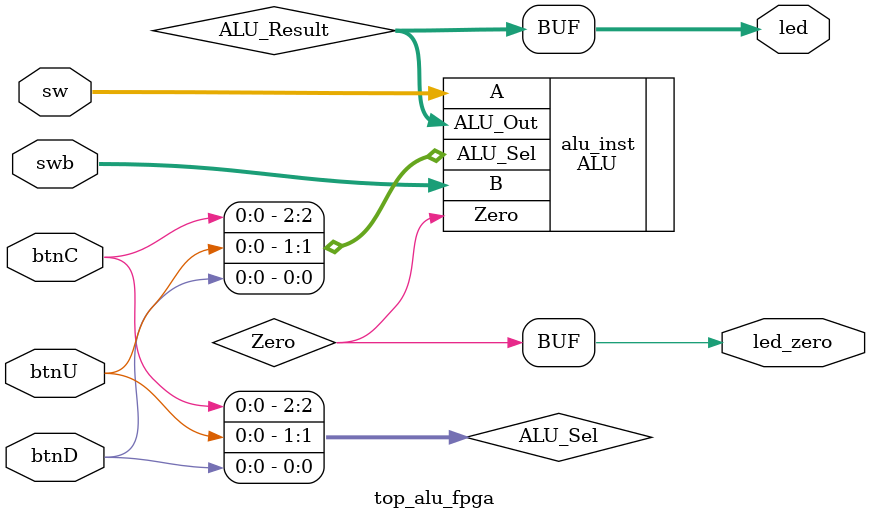
<source format=v>
module top_alu_fpga (
    input [7:0] sw,          // Switches 0-7 for A[7:0]
    input [7:0] swb,         // Switches 8-15 for B[7:0] (assuming continuous numbering)
    input btnC, btnU, btnD,  // Operation selection buttons
    output [7:0] led,        // LEDs 0-7 for result[7:0]
    output led_zero          // Additional LED for Zero flag
);
    // Note: Removed 10-bit extension since we're working with 8-bit ALU
    
    // Operation selection with buttons (3-bit encoding)
    wire [2:0] ALU_Sel = {btnC, btnU, btnD};
    
    // ALU connection
    wire [7:0] ALU_Result;  // 8-bit result
    wire Zero;              // Zero flag

    ALU alu_inst (
        .A(sw),      // Directly use switches 0-7 for A
        .B(swb),     // Directly use switches 8-15 for B
        .ALU_Sel(ALU_Sel),
        .ALU_Out(ALU_Result),
        .Zero(Zero)
    );

    // Output assignments
    assign led = ALU_Result;  // Show full 8-bit result on LEDs
    assign led_zero = Zero;   // Zero flag indicator
endmodule

</source>
